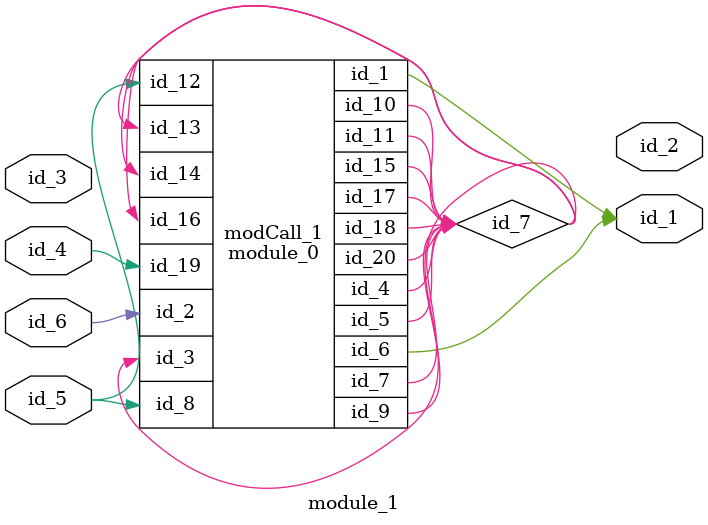
<source format=v>
module module_0 (
    id_1,
    id_2,
    id_3,
    id_4,
    id_5,
    id_6,
    id_7,
    id_8,
    id_9,
    id_10,
    id_11,
    id_12,
    id_13,
    id_14,
    id_15,
    id_16,
    id_17,
    id_18,
    id_19,
    id_20
);
  inout wire id_20;
  input wire id_19;
  inout wire id_18;
  inout wire id_17;
  input wire id_16;
  inout wire id_15;
  input wire id_14;
  input wire id_13;
  input wire id_12;
  inout wire id_11;
  inout wire id_10;
  inout wire id_9;
  input wire id_8;
  inout wire id_7;
  output wire id_6;
  output wire id_5;
  inout wire id_4;
  input wire id_3;
  input wire id_2;
  output wire id_1;
  wire id_21;
  assign {1, id_9 + 1, id_17, 1, id_12} = (id_14) - id_16;
  assign id_9 = 1;
endmodule
module module_1 (
    id_1,
    id_2,
    id_3,
    id_4,
    id_5,
    id_6
);
  input wire id_6;
  input wire id_5;
  input wire id_4;
  inout wire id_3;
  output wire id_2;
  output wire id_1;
  wire id_7;
  module_0 modCall_1 (
      id_1,
      id_6,
      id_7,
      id_7,
      id_7,
      id_1,
      id_7,
      id_5,
      id_7,
      id_7,
      id_7,
      id_5,
      id_7,
      id_7,
      id_7,
      id_7,
      id_7,
      id_7,
      id_4,
      id_7
  );
  assign id_3[1] = 1;
  wire id_8, id_9, id_10, id_11;
endmodule

</source>
